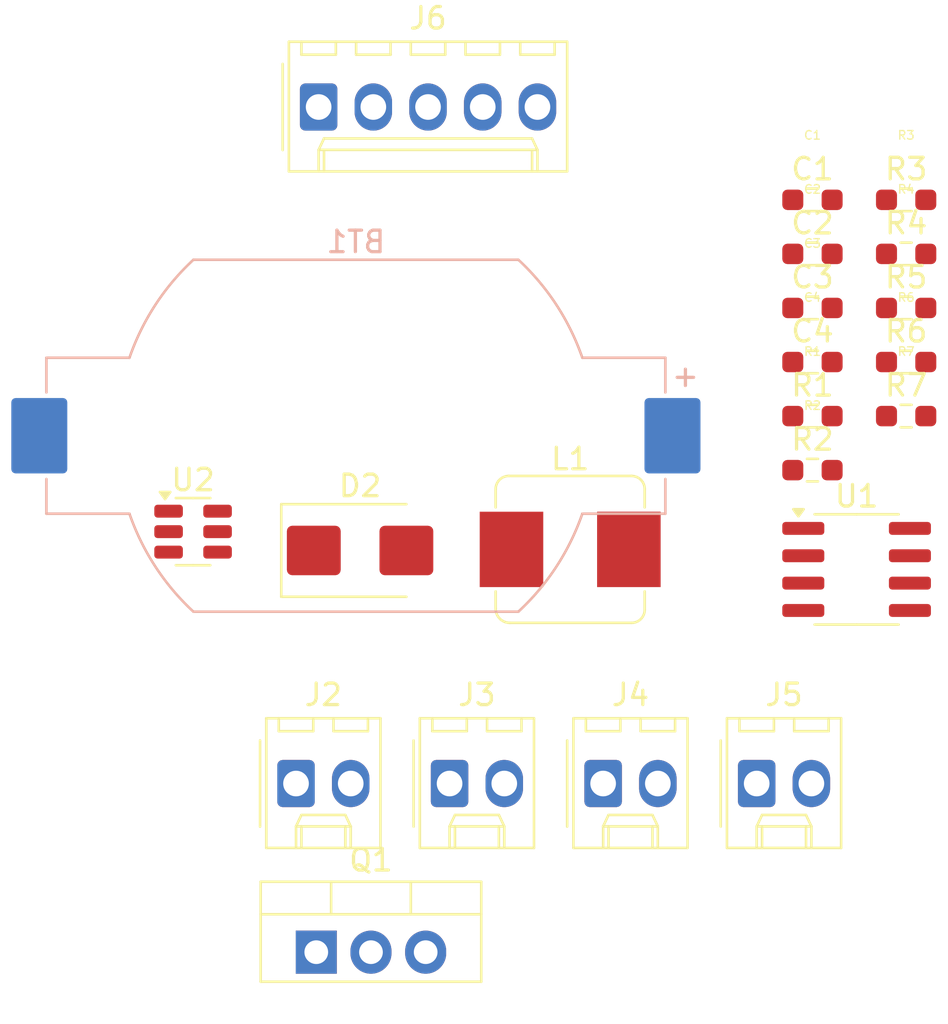
<source format=kicad_pcb>
(kicad_pcb (version 20240108) (generator "pcbnew") (generator_version "8.0")
  (layers (0 "F.Cu" signal) (31 "B.Cu" signal) (34 "B.Paste" user) (35 "F.Paste" user) (36 "B.SilkS" user "B.Silkscreen") (37 "F.SilkS" user "F.Silkscreen") (38 "B.Mask" user) (39 "F.Mask" user) (44 "Edge.Cuts" user))
  (net 0 "")
  (net 1 "GND")
  (net 2 "+3V0")
  (net 3 "Net-(U1-THR)")
  (net 4 "Net-(U1-CTRL)")
  (net 5 "VCC")
  (net 6 "Net-(D2-A)")
  (net 7 "Net-(J2-Pin_1)")
  (net 8 "/LED_L")
  (net 9 "/LED_R")
  (net 10 "Net-(Q1-G)")
  (net 11 "Net-(U1-DIS)")
  (net 12 "Net-(U2-FB)")
  (net 13 "Net-(U1-OUT)")
  (net 14 "EN_OUT")
  (footprint "Custom:0603_1608Metric_Pad_HandSolder_Valuea" (layer "F.Cu") (at 109.225 47.765)
    (property "Reference" "C2" (at 0 -1.43 0) (layer "F.SilkS"))
    (property "Value" "10nF")
    (fp_line (start -0.254724 -0.5225) (end 0.254724 -0.5225) (stroke (width 0.12)) (layer "F.SilkS"))
    (fp_line (start -0.254724 0.5225) (end 0.254724 0.5225) (stroke (width 0.12)) (layer "F.SilkS"))
    (fp_text user "${REFERENCE}" (at 0 -3 0) (layer "F.SilkS") (effects (font (size 0.4 0.4) (thickness 0.06))))
    (pad "1" smd roundrect (at -0.9125 0) (size 0.975 0.95) (layers "F.Cu" "F.Paste" "F.Mask") (net 4 "Net-(U1-CTRL)"))
    (pad "2" smd roundrect (at 0.9125 0) (size 0.975 0.95) (layers "F.Cu" "F.Paste" "F.Mask") (net 1 "GND"))
  )
  (footprint "Custom:0603_1608Metric_Pad_HandSolder_Valuea" (layer "F.Cu") (at 109.225 55.295)
    (property "Reference" "R1" (at 0 -1.43 0) (layer "F.SilkS"))
    (property "Value" "R")
    (fp_line (start -0.254724 -0.5225) (end 0.254724 -0.5225) (stroke (width 0.12)) (layer "F.SilkS"))
    (fp_line (start -0.254724 0.5225) (end 0.254724 0.5225) (stroke (width 0.12)) (layer "F.SilkS"))
    (fp_text user "${REFERENCE}" (at 0 -3 0) (layer "F.SilkS") (effects (font (size 0.4 0.4) (thickness 0.06))))
    (pad "1" smd roundrect (at -0.9125 0) (size 0.975 0.95) (layers "F.Cu" "F.Paste" "F.Mask") (net 5 "VCC"))
    (pad "2" smd roundrect (at 0.9125 0) (size 0.975 0.95) (layers "F.Cu" "F.Paste" "F.Mask") (net 11 "Net-(U1-DIS)"))
  )
  (footprint "Package_SO:SOIC-8_3.9x4.9mm_P1.27mm" (layer "F.Cu") (at 111.275 62.415)
    (property "Reference" "U1" (at 0 -3.4 0) (layer "F.SilkS"))
    (property "Value" "ICM7555xB")
    (fp_line (start 0 -2.56) (end -1.95 -2.56) (stroke (width 0.12)) (layer "F.SilkS"))
    (fp_line (start 0 -2.56) (end 1.95 -2.56) (stroke (width 0.12)) (layer "F.SilkS"))
    (fp_line (start 0 2.56) (end -1.95 2.56) (stroke (width 0.12)) (layer "F.SilkS"))
    (fp_line (start 0 2.56) (end 1.95 2.56) (stroke (width 0.12)) (layer "F.SilkS"))
    (fp_poly (pts (xy -2.7 -2.465) (xy -2.94 -2.795) (xy -2.46 -2.795) (xy -2.7 -2.465)) (stroke (width 0.12)) (fill solid) (layer "F.SilkS"))
    (pad "1" smd roundrect (at -2.475 -1.905) (size 1.95 0.6) (layers "F.Cu" "F.Paste" "F.Mask") (net 1 "GND"))
    (pad "2" smd roundrect (at -2.475 -0.635) (size 1.95 0.6) (layers "F.Cu" "F.Paste" "F.Mask") (net 3 "Net-(U1-THR)"))
    (pad "3" smd roundrect (at -2.475 0.635) (size 1.95 0.6) (layers "F.Cu" "F.Paste" "F.Mask") (net 13 "Net-(U1-OUT)"))
    (pad "4" smd roundrect (at -2.475 1.905) (size 1.95 0.6) (layers "F.Cu" "F.Paste" "F.Mask") (net 14 "EN_OUT"))
    (pad "5" smd roundrect (at 2.475 1.905) (size 1.95 0.6) (layers "F.Cu" "F.Paste" "F.Mask") (net 4 "Net-(U1-CTRL)"))
    (pad "6" smd roundrect (at 2.475 0.635) (size 1.95 0.6) (layers "F.Cu" "F.Paste" "F.Mask") (net 3 "Net-(U1-THR)"))
    (pad "7" smd roundrect (at 2.475 -0.635) (size 1.95 0.6) (layers "F.Cu" "F.Paste" "F.Mask") (net 11 "Net-(U1-DIS)"))
    (pad "8" smd roundrect (at 2.475 -1.905) (size 1.95 0.6) (layers "F.Cu" "F.Paste" "F.Mask") (net 5 "VCC"))
  )
  (footprint "Package_TO_SOT_SMD:SOT-23-6" (layer "F.Cu") (at 80.465 60.66)
    (property "Reference" "U2" (at 0 -2.4 0) (layer "F.SilkS"))
    (property "Value" "MT3608")
    (fp_line (start 0 -1.56) (end -0.8 -1.56) (stroke (width 0.12)) (layer "F.SilkS"))
    (fp_line (start 0 -1.56) (end 0.8 -1.56) (stroke (width 0.12)) (layer "F.SilkS"))
    (fp_line (start 0 1.56) (end -0.8 1.56) (stroke (width 0.12)) (layer "F.SilkS"))
    (fp_line (start 0 1.56) (end 0.8 1.56) (stroke (width 0.12)) (layer "F.SilkS"))
    (fp_poly (pts (xy -1.3 -1.51) (xy -1.54 -1.84) (xy -1.06 -1.84) (xy -1.3 -1.51)) (stroke (width 0.12)) (fill solid) (layer "F.SilkS"))
    (pad "1" smd roundrect (at -1.1375 -0.95) (size 1.325 0.6) (layers "F.Cu" "F.Paste" "F.Mask") (net 6 "Net-(D2-A)"))
    (pad "2" smd roundrect (at -1.1375 0) (size 1.325 0.6) (layers "F.Cu" "F.Paste" "F.Mask") (net 1 "GND"))
    (pad "3" smd roundrect (at -1.1375 0.95) (size 1.325 0.6) (layers "F.Cu" "F.Paste" "F.Mask") (net 12 "Net-(U2-FB)"))
    (pad "4" smd roundrect (at 1.1375 0.95) (size 1.325 0.6) (layers "F.Cu" "F.Paste" "F.Mask") (net 14 "EN_OUT"))
    (pad "5" smd roundrect (at 1.1375 0) (size 1.325 0.6) (layers "F.Cu" "F.Paste" "F.Mask") (net 2 "+3V0"))
    (pad "6" smd roundrect (at 1.1375 -0.95) (size 1.325 0.6) (layers "F.Cu" "F.Paste" "F.Mask"))
  )
  (footprint "Custom:0603_1608Metric_Pad_HandSolder_Valuea" (layer "F.Cu") (at 109.225 50.275)
    (property "Reference" "C3" (at 0 -1.43 0) (layer "F.SilkS"))
    (property "Value" "C")
    (fp_line (start -0.254724 -0.5225) (end 0.254724 -0.5225) (stroke (width 0.12)) (layer "F.SilkS"))
    (fp_line (start -0.254724 0.5225) (end 0.254724 0.5225) (stroke (width 0.12)) (layer "F.SilkS"))
    (fp_text user "${REFERENCE}" (at 0 -3 0) (layer "F.SilkS") (effects (font (size 0.4 0.4) (thickness 0.06))))
    (pad "1" smd roundrect (at -0.9125 0) (size 0.975 0.95) (layers "F.Cu" "F.Paste" "F.Mask") (net 2 "+3V0"))
    (pad "2" smd roundrect (at 0.9125 0) (size 0.975 0.95) (layers "F.Cu" "F.Paste" "F.Mask") (net 1 "GND"))
  )
  (footprint "Connector_Molex:Molex_KK-254_AE-6410-02A_1x02_P2.54mm_Vertical" (layer "F.Cu") (at 99.505 72.355)
    (property "Reference" "J4" (at 1.27 -4.12 0) (layer "F.SilkS"))
    (property "Value" "Conn_FWD_R")
    (fp_line (start -1.67 -2) (end -1.67 2) (stroke (width 0.12)) (layer "F.SilkS"))
    (fp_line (start -1.38 -3.03) (end -1.38 2.99) (stroke (width 0.12)) (layer "F.SilkS"))
    (fp_line (start -1.38 2.99) (end 3.92 2.99) (stroke (width 0.12)) (layer "F.SilkS"))
    (fp_line (start -0.8 -3.03) (end -0.8 -2.43) (stroke (width 0.12)) (layer "F.SilkS"))
    (fp_line (start -0.8 -2.43) (end 0.8 -2.43) (stroke (width 0.12)) (layer "F.SilkS"))
    (fp_line (start 0 1.99) (end 0.25 1.46) (stroke (width 0.12)) (layer "F.SilkS"))
    (fp_line (start 0 1.99) (end 2.54 1.99) (stroke (width 0.12)) (layer "F.SilkS"))
    (fp_line (start 0 2.99) (end 0 1.99) (stroke (width 0.12)) (layer "F.SilkS"))
    (fp_line (start 0.25 1.46) (end 2.29 1.46) (stroke (width 0.12)) (layer "F.SilkS"))
    (fp_line (start 0.25 2.99) (end 0.25 1.99) (stroke (width 0.12)) (layer "F.SilkS"))
    (fp_line (start 0.8 -2.43) (end 0.8 -3.03) (stroke (width 0.12)) (layer "F.SilkS"))
    (fp_line (start 1.74 -3.03) (end 1.74 -2.43) (stroke (width 0.12)) (layer "F.SilkS"))
    (fp_line (start 1.74 -2.43) (end 3.34 -2.43) (stroke (width 0.12)) (layer "F.SilkS"))
    (fp_line (start 2.29 1.46) (end 2.54 1.99) (stroke (width 0.12)) (layer "F.SilkS"))
    (fp_line (start 2.29 2.99) (end 2.29 1.99) (stroke (width 0.12)) (layer "F.SilkS"))
    (fp_line (start 2.54 1.99) (end 2.54 2.99) (stroke (width 0.12)) (layer "F.SilkS"))
    (fp_line (start 3.34 -2.43) (end 3.34 -3.03) (stroke (width 0.12)) (layer "F.SilkS"))
    (fp_line (start 3.92 -3.03) (end -1.38 -3.03) (stroke (width 0.12)) (layer "F.SilkS"))
    (fp_line (start 3.92 2.99) (end 3.92 -3.03) (stroke (width 0.12)) (layer "F.SilkS"))
    (pad "1" thru_hole roundrect (at 0 0) (size 1.74 2.19) (drill 1.19) (layers "*.Cu" "*.Mask") (roundrect_rratio 0.143678) (net 7 "Net-(J2-Pin_1)"))
    (pad "2" thru_hole oval (at 2.54 0) (size 1.74 2.19) (drill 1.19) (layers "*.Cu" "*.Mask") (net 9 "/LED_R"))
  )
  (footprint "Custom:0603_1608Metric_Pad_HandSolder_Valuea" (layer "F.Cu") (at 109.225 45.255)
    (property "Reference" "C1" (at 0 -1.43 0) (layer "F.SilkS"))
    (property "Value" "C")
    (fp_line (start -0.254724 -0.5225) (end 0.254724 -0.5225) (stroke (width 0.12)) (layer "F.SilkS"))
    (fp_line (start -0.254724 0.5225) (end 0.254724 0.5225) (stroke (width 0.12)) (layer "F.SilkS"))
    (fp_text user "${REFERENCE}" (at 0 -3 0) (layer "F.SilkS") (effects (font (size 0.4 0.4) (thickness 0.06))))
    (pad "1" smd roundrect (at -0.9125 0) (size 0.975 0.95) (layers "F.Cu" "F.Paste" "F.Mask") (net 3 "Net-(U1-THR)"))
    (pad "2" smd roundrect (at 0.9125 0) (size 0.975 0.95) (layers "F.Cu" "F.Paste" "F.Mask") (net 1 "GND"))
  )
  (footprint "Custom:0603_1608Metric_Pad_HandSolder_Valuea" (layer "F.Cu") (at 113.575 47.765)
    (property "Reference" "R4" (at 0 -1.43 0) (layer "F.SilkS"))
    (property "Value" "R")
    (fp_line (start -0.254724 -0.5225) (end 0.254724 -0.5225) (stroke (width 0.12)) (layer "F.SilkS"))
    (fp_line (start -0.254724 0.5225) (end 0.254724 0.5225) (stroke (width 0.12)) (layer "F.SilkS"))
    (fp_text user "${REFERENCE}" (at 0 -3 0) (layer "F.SilkS") (effects (font (size 0.4 0.4) (thickness 0.06))))
    (pad "1" smd roundrect (at -0.9125 0) (size 0.975 0.95) (layers "F.Cu" "F.Paste" "F.Mask") (net 12 "Net-(U2-FB)"))
    (pad "2" smd roundrect (at 0.9125 0) (size 0.975 0.95) (layers "F.Cu" "F.Paste" "F.Mask") (net 1 "GND"))
  )
  (footprint "Connector_Molex:Molex_KK-254_AE-6410-02A_1x02_P2.54mm_Vertical" (layer "F.Cu") (at 85.245 72.355)
    (property "Reference" "J2" (at 1.27 -4.12 0) (layer "F.SilkS"))
    (property "Value" "Conn_FWD_L")
    (fp_line (start -1.67 -2) (end -1.67 2) (stroke (width 0.12)) (layer "F.SilkS"))
    (fp_line (start -1.38 -3.03) (end -1.38 2.99) (stroke (width 0.12)) (layer "F.SilkS"))
    (fp_line (start -1.38 2.99) (end 3.92 2.99) (stroke (width 0.12)) (layer "F.SilkS"))
    (fp_line (start -0.8 -3.03) (end -0.8 -2.43) (stroke (width 0.12)) (layer "F.SilkS"))
    (fp_line (start -0.8 -2.43) (end 0.8 -2.43) (stroke (width 0.12)) (layer "F.SilkS"))
    (fp_line (start 0 1.99) (end 0.25 1.46) (stroke (width 0.12)) (layer "F.SilkS"))
    (fp_line (start 0 1.99) (end 2.54 1.99) (stroke (width 0.12)) (layer "F.SilkS"))
    (fp_line (start 0 2.99) (end 0 1.99) (stroke (width 0.12)) (layer "F.SilkS"))
    (fp_line (start 0.25 1.46) (end 2.29 1.46) (stroke (width 0.12)) (layer "F.SilkS"))
    (fp_line (start 0.25 2.99) (end 0.25 1.99) (stroke (width 0.12)) (layer "F.SilkS"))
    (fp_line (start 0.8 -2.43) (end 0.8 -3.03) (stroke (width 0.12)) (layer "F.SilkS"))
    (fp_line (start 1.74 -3.03) (end 1.74 -2.43) (stroke (width 0.12)) (layer "F.SilkS"))
    (fp_line (start 1.74 -2.43) (end 3.34 -2.43) (stroke (width 0.12)) (layer "F.SilkS"))
    (fp_line (start 2.29 1.46) (end 2.54 1.99) (stroke (width 0.12)) (layer "F.SilkS"))
    (fp_line (start 2.29 2.99) (end 2.29 1.99) (stroke (width 0.12)) (layer "F.SilkS"))
    (fp_line (start 2.54 1.99) (end 2.54 2.99) (stroke (width 0.12)) (layer "F.SilkS"))
    (fp_line (start 3.34 -2.43) (end 3.34 -3.03) (stroke (width 0.12)) (layer "F.SilkS"))
    (fp_line (start 3.92 -3.03) (end -1.38 -3.03) (stroke (width 0.12)) (layer "F.SilkS"))
    (fp_line (start 3.92 2.99) (end 3.92 -3.03) (stroke (width 0.12)) (layer "F.SilkS"))
    (pad "1" thru_hole roundrect (at 0 0) (size 1.74 2.19) (drill 1.19) (layers "*.Cu" "*.Mask") (roundrect_rratio 0.143678) (net 7 "Net-(J2-Pin_1)"))
    (pad "2" thru_hole oval (at 2.54 0) (size 1.74 2.19) (drill 1.19) (layers "*.Cu" "*.Mask") (net 8 "/LED_L"))
  )
  (footprint "Resistor_SMD:R_0603_1608Metric_Pad0.98x0.95mm_HandSolder" (layer "F.Cu") (at 113.575 50.275)
    (property "Reference" "R5" (at 0 -1.43 0) (layer "F.SilkS"))
    (property "Value" "0")
    (fp_line (start -0.254724 -0.5225) (end 0.254724 -0.5225) (stroke (width 0.12)) (layer "F.SilkS"))
    (fp_line (start -0.254724 0.5225) (end 0.254724 0.5225) (stroke (width 0.12)) (layer "F.SilkS"))
    (pad "1" smd roundrect (at -0.9125 0) (size 0.975 0.95) (layers "F.Cu" "F.Paste" "F.Mask") (net 5 "VCC"))
    (pad "2" smd roundrect (at 0.9125 0) (size 0.975 0.95) (layers "F.Cu" "F.Paste" "F.Mask") (net 2 "+3V0"))
  )
  (footprint "Diode_SMD:D_SMB" (layer "F.Cu") (at 88.22 61.535)
    (property "Reference" "D2" (at 0 -3 0) (layer "F.SilkS"))
    (property "Value" "B230")
    (fp_line (start -3.66 -2.15) (end -3.66 2.15) (stroke (width 0.12)) (layer "F.SilkS"))
    (fp_line (start -3.66 -2.15) (end 2.15 -2.15) (stroke (width 0.12)) (layer "F.SilkS"))
    (fp_line (start -3.66 2.15) (end 2.15 2.15) (stroke (width 0.12)) (layer "F.SilkS"))
    (pad "1" smd roundrect (at -2.15 0) (size 2.5 2.3) (layers "F.Cu" "F.Paste" "F.Mask") (roundrect_rratio 0.1086956522) (net 5 "VCC"))
    (pad "2" smd roundrect (at 2.15 0) (size 2.5 2.3) (layers "F.Cu" "F.Paste" "F.Mask") (roundrect_rratio 0.1086956522) (net 6 "Net-(D2-A)"))
  )
  (footprint "Custom:0603_1608Metric_Pad_HandSolder_Valuea" (layer "F.Cu") (at 109.225 52.785)
    (property "Reference" "C4" (at 0 -1.43 0) (layer "F.SilkS"))
    (property "Value" "C")
    (fp_line (start -0.254724 -0.5225) (end 0.254724 -0.5225) (stroke (width 0.12)) (layer "F.SilkS"))
    (fp_line (start -0.254724 0.5225) (end 0.254724 0.5225) (stroke (width 0.12)) (layer "F.SilkS"))
    (fp_text user "${REFERENCE}" (at 0 -3 0) (layer "F.SilkS") (effects (font (size 0.4 0.4) (thickness 0.06))))
    (pad "1" smd roundrect (at -0.9125 0) (size 0.975 0.95) (layers "F.Cu" "F.Paste" "F.Mask") (net 5 "VCC"))
    (pad "2" smd roundrect (at 0.9125 0) (size 0.975 0.95) (layers "F.Cu" "F.Paste" "F.Mask") (net 1 "GND"))
  )
  (footprint "Package_TO_SOT_THT:TO-220-3_Vertical" (layer "F.Cu") (at 86.185 80.185)
    (property "Reference" "Q1" (at 2.54 -4.27 0) (layer "F.SilkS"))
    (property "Value" "IRLZ44N")
    (fp_line (start -2.58 -3.27) (end -2.58 1.371) (stroke (width 0.12)) (layer "F.SilkS"))
    (fp_line (start -2.58 -3.27) (end 7.66 -3.27) (stroke (width 0.12)) (layer "F.SilkS"))
    (fp_line (start -2.58 -1.76) (end 7.66 -1.76) (stroke (width 0.12)) (layer "F.SilkS"))
    (fp_line (start -2.58 1.371) (end 7.66 1.371) (stroke (width 0.12)) (layer "F.SilkS"))
    (fp_line (start 0.69 -3.27) (end 0.69 -1.76) (stroke (width 0.12)) (layer "F.SilkS"))
    (fp_line (start 4.391 -3.27) (end 4.391 -1.76) (stroke (width 0.12)) (layer "F.SilkS"))
    (fp_line (start 7.66 -3.27) (end 7.66 1.371) (stroke (width 0.12)) (layer "F.SilkS"))
    (pad "1" thru_hole rect (at 0 0) (size 1.905 2) (drill 1.1) (layers "*.Cu" "*.Mask") (net 10 "Net-(Q1-G)"))
    (pad "2" thru_hole oval (at 2.54 0) (size 1.905 2) (drill 1.1) (layers "*.Cu" "*.Mask") (net 7 "Net-(J2-Pin_1)"))
    (pad "3" thru_hole oval (at 5.08 0) (size 1.905 2) (drill 1.1) (layers "*.Cu" "*.Mask") (net 1 "GND"))
  )
  (footprint "Connector_Molex:Molex_KK-254_AE-6410-05A_1x05_P2.54mm_Vertical" (layer "F.Cu") (at 86.295 40.945)
    (property "Reference" "J6" (at 5.08 -4.12 0) (layer "F.SilkS"))
    (property "Value" "Conn_SW")
    (fp_line (start -1.67 -2) (end -1.67 2) (stroke (width 0.12)) (layer "F.SilkS"))
    (fp_line (start -1.38 -3.03) (end -1.38 2.99) (stroke (width 0.12)) (layer "F.SilkS"))
    (fp_line (start -1.38 2.99) (end 11.54 2.99) (stroke (width 0.12)) (layer "F.SilkS"))
    (fp_line (start -0.8 -3.03) (end -0.8 -2.43) (stroke (width 0.12)) (layer "F.SilkS"))
    (fp_line (start -0.8 -2.43) (end 0.8 -2.43) (stroke (width 0.12)) (layer "F.SilkS"))
    (fp_line (start 0 1.99) (end 0.25 1.46) (stroke (width 0.12)) (layer "F.SilkS"))
    (fp_line (start 0 1.99) (end 10.16 1.99) (stroke (width 0.12)) (layer "F.SilkS"))
    (fp_line (start 0 2.99) (end 0 1.99) (stroke (width 0.12)) (layer "F.SilkS"))
    (fp_line (start 0.25 1.46) (end 9.91 1.46) (stroke (width 0.12)) (layer "F.SilkS"))
    (fp_line (start 0.25 2.99) (end 0.25 1.99) (stroke (width 0.12)) (layer "F.SilkS"))
    (fp_line (start 0.8 -2.43) (end 0.8 -3.03) (stroke (width 0.12)) (layer "F.SilkS"))
    (fp_line (start 1.74 -3.03) (end 1.74 -2.43) (stroke (width 0.12)) (layer "F.SilkS"))
    (fp_line (start 1.74 -2.43) (end 3.34 -2.43) (stroke (width 0.12)) (layer "F.SilkS"))
    (fp_line (start 3.34 -2.43) (end 3.34 -3.03) (stroke (width 0.12)) (layer "F.SilkS"))
    (fp_line (start 4.28 -3.03) (end 4.28 -2.43) (stroke (width 0.12)) (layer "F.SilkS"))
    (fp_line (start 4.28 -2.43) (end 5.88 -2.43) (stroke (width 0.12)) (layer "F.SilkS"))
    (fp_line (start 5.88 -2.43) (end 5.88 -3.03) (stroke (width 0.12)) (layer "F.SilkS"))
    (fp_line (start 6.82 -3.03) (end 6.82 -2.43) (stroke (width 0.12)) (layer "F.SilkS"))
    (fp_line (start 6.82 -2.43) (end 8.42 -2.43) (stroke (width 0.12)) (layer "F.SilkS"))
    (fp_line (start 8.42 -2.43) (end 8.42 -3.03) (stroke (width 0.12)) (layer "F.SilkS"))
    (fp_line (start 9.36 -3.03) (end 9.36 -2.43) (stroke (width 0.12)) (layer "F.SilkS"))
    (fp_line (start 9.36 -2.43) (end 10.96 -2.43) (stroke (width 0.12)) (layer "F.SilkS"))
    (fp_line (start 9.91 1.46) (end 10.16 1.99) (stroke (width 0.12)) (layer "F.SilkS"))
    (fp_line (start 9.91 2.99) (end 9.91 1.99) (stroke (width 0.12)) (layer "F.SilkS"))
    (fp_line (start 10.16 1.99) (end 10.16 2.99) (stroke (width 0.12)) (layer "F.SilkS"))
    (fp_line (start 10.96 -2.43) (end 10.96 -3.03) (stroke (width 0.12)) (layer "F.SilkS"))
    (fp_line (start 11.54 -3.03) (end -1.38 -3.03) (stroke (width 0.12)) (layer "F.SilkS"))
    (fp_line (start 11.54 2.99) (end 11.54 -3.03) (stroke (width 0.12)) (layer "F.SilkS"))
    (pad "1" thru_hole roundrect (at 0 0) (size 1.74 2.19) (drill 1.19) (layers "*.Cu" "*.Mask") (roundrect_rratio 0.143678) (net 2 "+3V0"))
    (pad "2" thru_hole oval (at 2.54 0) (size 1.74 2.19) (drill 1.19) (layers "*.Cu" "*.Mask") (net 8 "/LED_L"))
    (pad "3" thru_hole oval (at 5.08 0) (size 1.74 2.19) (drill 1.19) (layers "*.Cu" "*.Mask") (net 9 "/LED_R"))
    (pad "4" thru_hole oval (at 7.62 0) (size 1.74 2.19) (drill 1.19) (layers "*.Cu" "*.Mask") (net 14 "EN_OUT"))
    (pad "5" thru_hole oval (at 10.16 0) (size 1.74 2.19) (drill 1.19) (layers "*.Cu" "*.Mask") (net 2 "+3V0"))
  )
  (footprint "Connector_Molex:Molex_KK-254_AE-6410-02A_1x02_P2.54mm_Vertical" (layer "F.Cu") (at 106.635 72.355)
    (property "Reference" "J5" (at 1.27 -4.12 0) (layer "F.SilkS"))
    (property "Value" "Conn_BWD_R")
    (fp_line (start -1.67 -2) (end -1.67 2) (stroke (width 0.12)) (layer "F.SilkS"))
    (fp_line (start -1.38 -3.03) (end -1.38 2.99) (stroke (width 0.12)) (layer "F.SilkS"))
    (fp_line (start -1.38 2.99) (end 3.92 2.99) (stroke (width 0.12)) (layer "F.SilkS"))
    (fp_line (start -0.8 -3.03) (end -0.8 -2.43) (stroke (width 0.12)) (layer "F.SilkS"))
    (fp_line (start -0.8 -2.43) (end 0.8 -2.43) (stroke (width 0.12)) (layer "F.SilkS"))
    (fp_line (start 0 1.99) (end 0.25 1.46) (stroke (width 0.12)) (layer "F.SilkS"))
    (fp_line (start 0 1.99) (end 2.54 1.99) (stroke (width 0.12)) (layer "F.SilkS"))
    (fp_line (start 0 2.99) (end 0 1.99) (stroke (width 0.12)) (layer "F.SilkS"))
    (fp_line (start 0.25 1.46) (end 2.29 1.46) (stroke (width 0.12)) (layer "F.SilkS"))
    (fp_line (start 0.25 2.99) (end 0.25 1.99) (stroke (width 0.12)) (layer "F.SilkS"))
    (fp_line (start 0.8 -2.43) (end 0.8 -3.03) (stroke (width 0.12)) (layer "F.SilkS"))
    (fp_line (start 1.74 -3.03) (end 1.74 -2.43) (stroke (width 0.12)) (layer "F.SilkS"))
    (fp_line (start 1.74 -2.43) (end 3.34 -2.43) (stroke (width 0.12)) (layer "F.SilkS"))
    (fp_line (start 2.29 1.46) (end 2.54 1.99) (stroke (width 0.12)) (layer "F.SilkS"))
    (fp_line (start 2.29 2.99) (end 2.29 1.99) (stroke (width 0.12)) (layer "F.SilkS"))
    (fp_line (start 2.54 1.99) (end 2.54 2.99) (stroke (width 0.12)) (layer "F.SilkS"))
    (fp_line (start 3.34 -2.43) (end 3.34 -3.03) (stroke (width 0.12)) (layer "F.SilkS"))
    (fp_line (start 3.92 -3.03) (end -1.38 -3.03) (stroke (width 0.12)) (layer "F.SilkS"))
    (fp_line (start 3.92 2.99) (end 3.92 -3.03) (stroke (width 0.12)) (layer "F.SilkS"))
    (pad "1" thru_hole roundrect (at 0 0) (size 1.74 2.19) (drill 1.19) (layers "*.Cu" "*.Mask") (roundrect_rratio 0.143678) (net 7 "Net-(J2-Pin_1)"))
    (pad "2" thru_hole oval (at 2.54 0) (size 1.74 2.19) (drill 1.19) (layers "*.Cu" "*.Mask") (net 9 "/LED_R"))
  )
  (footprint "Custom:0603_1608Metric_Pad_HandSolder_Valuea" (layer "F.Cu") (at 109.225 57.805)
    (property "Reference" "R2" (at 0 -1.43 0) (layer "F.SilkS"))
    (property "Value" "R")
    (fp_line (start -0.254724 -0.5225) (end 0.254724 -0.5225) (stroke (width 0.12)) (layer "F.SilkS"))
    (fp_line (start -0.254724 0.5225) (end 0.254724 0.5225) (stroke (width 0.12)) (layer "F.SilkS"))
    (fp_text user "${REFERENCE}" (at 0 -3 0) (layer "F.SilkS") (effects (font (size 0.4 0.4) (thickness 0.06))))
    (pad "1" smd roundrect (at -0.9125 0) (size 0.975 0.95) (layers "F.Cu" "F.Paste" "F.Mask") (net 11 "Net-(U1-DIS)"))
    (pad "2" smd roundrect (at 0.9125 0) (size 0.975 0.95) (layers "F.Cu" "F.Paste" "F.Mask") (net 3 "Net-(U1-THR)"))
  )
  (footprint "Connector_Molex:Molex_KK-254_AE-6410-02A_1x02_P2.54mm_Vertical" (layer "F.Cu") (at 92.375 72.355)
    (property "Reference" "J3" (at 1.27 -4.12 0) (layer "F.SilkS"))
    (property "Value" "Conn_BWD_L")
    (fp_line (start -1.67 -2) (end -1.67 2) (stroke (width 0.12)) (layer "F.SilkS"))
    (fp_line (start -1.38 -3.03) (end -1.38 2.99) (stroke (width 0.12)) (layer "F.SilkS"))
    (fp_line (start -1.38 2.99) (end 3.92 2.99) (stroke (width 0.12)) (layer "F.SilkS"))
    (fp_line (start -0.8 -3.03) (end -0.8 -2.43) (stroke (width 0.12)) (layer "F.SilkS"))
    (fp_line (start -0.8 -2.43) (end 0.8 -2.43) (stroke (width 0.12)) (layer "F.SilkS"))
    (fp_line (start 0 1.99) (end 0.25 1.46) (stroke (width 0.12)) (layer "F.SilkS"))
    (fp_line (start 0 1.99) (end 2.54 1.99) (stroke (width 0.12)) (layer "F.SilkS"))
    (fp_line (start 0 2.99) (end 0 1.99) (stroke (width 0.12)) (layer "F.SilkS"))
    (fp_line (start 0.25 1.46) (end 2.29 1.46) (stroke (width 0.12)) (layer "F.SilkS"))
    (fp_line (start 0.25 2.99) (end 0.25 1.99) (stroke (width 0.12)) (layer "F.SilkS"))
    (fp_line (start 0.8 -2.43) (end 0.8 -3.03) (stroke (width 0.12)) (layer "F.SilkS"))
    (fp_line (start 1.74 -3.03) (end 1.74 -2.43) (stroke (width 0.12)) (layer "F.SilkS"))
    (fp_line (start 1.74 -2.43) (end 3.34 -2.43) (stroke (width 0.12)) (layer "F.SilkS"))
    (fp_line (start 2.29 1.46) (end 2.54 1.99) (stroke (width 0.12)) (layer "F.SilkS"))
    (fp_line (start 2.29 2.99) (end 2.29 1.99) (stroke (width 0.12)) (layer "F.SilkS"))
    (fp_line (start 2.54 1.99) (end 2.54 2.99) (stroke (width 0.12)) (layer "F.SilkS"))
    (fp_line (start 3.34 -2.43) (end 3.34 -3.03) (stroke (width 0.12)) (layer "F.SilkS"))
    (fp_line (start 3.92 -3.03) (end -1.38 -3.03) (stroke (width 0.12)) (layer "F.SilkS"))
    (fp_line (start 3.92 2.99) (end 3.92 -3.03) (stroke (width 0.12)) (layer "F.SilkS"))
    (pad "1" thru_hole roundrect (at 0 0) (size 1.74 2.19) (drill 1.19) (layers "*.Cu" "*.Mask") (roundrect_rratio 0.143678) (net 7 "Net-(J2-Pin_1)"))
    (pad "2" thru_hole oval (at 2.54 0) (size 1.74 2.19) (drill 1.19) (layers "*.Cu" "*.Mask") (net 8 "/LED_L"))
  )
  (footprint "Custom:0603_1608Metric_Pad_HandSolder_Valuea" (layer "F.Cu") (at 113.575 52.785)
    (property "Reference" "R6" (at 0 -1.43 0) (layer "F.SilkS"))
    (property "Value" "R")
    (fp_line (start -0.254724 -0.5225) (end 0.254724 -0.5225) (stroke (width 0.12)) (layer "F.SilkS"))
    (fp_line (start -0.254724 0.5225) (end 0.254724 0.5225) (stroke (width 0.12)) (layer "F.SilkS"))
    (fp_text user "${REFERENCE}" (at 0 -3 0) (layer "F.SilkS") (effects (font (size 0.4 0.4) (thickness 0.06))))
    (pad "1" smd roundrect (at -0.9125 0) (size 0.975 0.95) (layers "F.Cu" "F.Paste" "F.Mask") (net 13 "Net-(U1-OUT)"))
    (pad "2" smd roundrect (at 0.9125 0) (size 0.975 0.95) (layers "F.Cu" "F.Paste" "F.Mask") (net 1 "GND"))
  )
  (footprint "Inductor_SMD:L_Bourns_SRP7028A_7.3x6.6mm" (layer "F.Cu") (at 97.975 61.485)
    (property "Reference" "L1" (at 0 -4.2 0) (layer "F.SilkS"))
    (property "Value" "L")
    (fp_line (start -3.46 -1.95) (end -3.46 -2.8) (stroke (width 0.12)) (layer "F.SilkS"))
    (fp_line (start -3.46 2.75) (end -3.46 1.95) (stroke (width 0.12)) (layer "F.SilkS"))
    (fp_line (start -2.85 -3.41) (end 2.85 -3.41) (stroke (width 0.12)) (layer "F.SilkS"))
    (fp_line (start 2.85 3.41) (end -2.8 3.41) (stroke (width 0.12)) (layer "F.SilkS"))
    (fp_line (start 3.46 -2.8) (end 3.46 -1.95) (stroke (width 0.12)) (layer "F.SilkS"))
    (fp_line (start 3.46 1.95) (end 3.46 2.8) (stroke (width 0.12)) (layer "F.SilkS"))
    (fp_arc (start -3.46 -2.8) (mid -3.281335 -3.231335) (end -2.85 -3.41) (stroke (width 0.12)) (layer "F.SilkS"))
    (fp_arc (start -2.8 3.41) (mid -3.26669 3.21669) (end -3.46 2.75) (stroke (width 0.12)) (layer "F.SilkS"))
    (fp_arc (start 2.85 -3.41) (mid 3.281335 -3.231335) (end 3.46 -2.8) (stroke (width 0.12)) (layer "F.SilkS"))
    (fp_arc (start 3.46 2.8) (mid 3.281335 3.231335) (end 2.85 3.41) (stroke (width 0.12)) (layer "F.SilkS"))
    (pad "1" smd rect (at -2.725 0) (size 2.95 3.5) (layers "F.Cu" "F.Paste" "F.Mask") (net 2 "+3V0"))
    (pad "2" smd rect (at 2.725 0) (size 2.95 3.5) (layers "F.Cu" "F.Paste" "F.Mask") (net 6 "Net-(D2-A)"))
  )
  (footprint "Custom:0603_1608Metric_Pad_HandSolder_Valuea" (layer "F.Cu") (at 113.575 45.255)
    (property "Reference" "R3" (at 0 -1.43 0) (layer "F.SilkS"))
    (property "Value" "R")
    (fp_line (start -0.254724 -0.5225) (end 0.254724 -0.5225) (stroke (width 0.12)) (layer "F.SilkS"))
    (fp_line (start -0.254724 0.5225) (end 0.254724 0.5225) (stroke (width 0.12)) (layer "F.SilkS"))
    (fp_text user "${REFERENCE}" (at 0 -3 0) (layer "F.SilkS") (effects (font (size 0.4 0.4) (thickness 0.06))))
    (pad "1" smd roundrect (at -0.9125 0) (size 0.975 0.95) (layers "F.Cu" "F.Paste" "F.Mask") (net 5 "VCC"))
    (pad "2" smd roundrect (at 0.9125 0) (size 0.975 0.95) (layers "F.Cu" "F.Paste" "F.Mask") (net 12 "Net-(U2-FB)"))
  )
  (footprint "Custom:0603_1608Metric_Pad_HandSolder_Valuea" (layer "F.Cu") (at 113.575 55.295)
    (property "Reference" "R7" (at 0 -1.43 0) (layer "F.SilkS"))
    (property "Value" "R")
    (fp_line (start -0.254724 -0.5225) (end 0.254724 -0.5225) (stroke (width 0.12)) (layer "F.SilkS"))
    (fp_line (start -0.254724 0.5225) (end 0.254724 0.5225) (stroke (width 0.12)) (layer "F.SilkS"))
    (fp_text user "${REFERENCE}" (at 0 -3 0) (layer "F.SilkS") (effects (font (size 0.4 0.4) (thickness 0.06))))
    (pad "1" smd roundrect (at -0.9125 0) (size 0.975 0.95) (layers "F.Cu" "F.Paste" "F.Mask") (net 13 "Net-(U1-OUT)"))
    (pad "2" smd roundrect (at 0.9125 0) (size 0.975 0.95) (layers "F.Cu" "F.Paste" "F.Mask") (net 10 "Net-(Q1-G)"))
  )
  (footprint "Custom:BatteryHolder_multicomp_CH28-2032LF" (layer "B.Cu") (at 88.025 56.207196 180)
    (property "Reference" "BT1" (at 0 9 180) (layer "B.SilkS") (effects (justify mirror)))
    (property "Value" "CR2032")
    (fp_line (start 14.37 3.62) (end 10.5143 3.62) (stroke (width 0.12)) (layer "B.SilkS"))
    (fp_line (start 14.37 2.01) (end 14.37 3.62) (stroke (width 0.12)) (layer "B.SilkS"))
    (fp_line (start 14.37 -3.62) (end 14.37 -2.01) (stroke (width 0.12)) (layer "B.SilkS"))
    (fp_line (start 10.5143 -3.62) (end 14.37 -3.62) (stroke (width 0.12)) (layer "B.SilkS"))
    (fp_line (start 7.5436 8.17) (end -7.5436 8.17) (stroke (width 0.12)) (layer "B.SilkS"))
    (fp_line (start -7.5436 -8.17) (end 7.5436 -8.17) (stroke (width 0.12)) (layer "B.SilkS"))
    (fp_line (start -10.5143 3.62) (end -14.37 3.62) (stroke (width 0.12)) (layer "B.SilkS"))
    (fp_line (start -14.37 3.62) (end -14.37 2.01) (stroke (width 0.12)) (layer "B.SilkS"))
    (fp_line (start -14.37 -2.01) (end -14.37 -3.62) (stroke (width 0.12)) (layer "B.SilkS"))
    (fp_line (start -14.37 -3.62) (end -10.5143 -3.62) (stroke (width 0.12)) (layer "B.SilkS"))
    (fp_arc (start 10.5143 3.62) (mid 9.309293 6.078036) (end 7.5436 8.17) (stroke (width 0.12)) (layer "B.SilkS"))
    (fp_arc (start 7.5436 -8.17) (mid 9.309293 -6.078036) (end 10.5143 -3.62) (stroke (width 0.12)) (layer "B.SilkS"))
    (fp_arc (start -7.5436 8.17) (mid -9.309294 6.078037) (end -10.5143 3.62) (stroke (width 0.12)) (layer "B.SilkS"))
    (fp_arc (start -10.5143 -3.62) (mid -9.309292 -6.078035) (end -7.5436 -8.17) (stroke (width 0.12)) (layer "B.SilkS"))
    (fp_text user "+" (at -15.3 2.785 180) (layer "B.SilkS") (effects (justify mirror)))
    (pad "1" smd roundrect (at -14.7 0 180) (size 2.6 3.5) (layers "B.Cu" "B.Paste" "B.Mask") (roundrect_rratio 0.07692307692) (net 2 "+3V0"))
    (pad "2" smd roundrect (at 14.7 0 180) (size 2.6 3.5) (layers "B.Cu" "B.Paste" "B.Mask") (roundrect_rratio 0.07692307692) (net 1 "GND"))
  )
)
</source>
